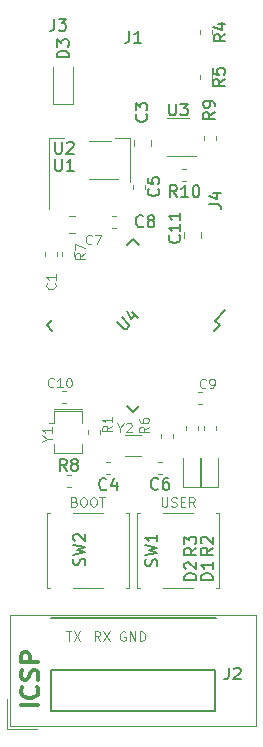
<source format=gto>
G04 #@! TF.GenerationSoftware,KiCad,Pcbnew,5.0.2-bee76a0~70~ubuntu18.04.1*
G04 #@! TF.CreationDate,2019-07-29T11:14:37+02:00*
G04 #@! TF.ProjectId,Pic32MxRedFox,50696333-324d-4785-9265-64466f782e6b,rev?*
G04 #@! TF.SameCoordinates,PX5faea10PY8eeaea0*
G04 #@! TF.FileFunction,Legend,Top*
G04 #@! TF.FilePolarity,Positive*
%FSLAX46Y46*%
G04 Gerber Fmt 4.6, Leading zero omitted, Abs format (unit mm)*
G04 Created by KiCad (PCBNEW 5.0.2-bee76a0~70~ubuntu18.04.1) date pon 29 jul 2019 11:14:37 CEST*
%MOMM*%
%LPD*%
G01*
G04 APERTURE LIST*
%ADD10C,0.120000*%
%ADD11C,0.300000*%
%ADD12C,0.200000*%
%ADD13C,0.150000*%
%ADD14C,0.100000*%
G04 APERTURE END LIST*
D10*
X9486976Y7067500D02*
X9410785Y7105596D01*
X9296500Y7105596D01*
X9182214Y7067500D01*
X9106023Y6991310D01*
X9067928Y6915120D01*
X9029833Y6762739D01*
X9029833Y6648453D01*
X9067928Y6496072D01*
X9106023Y6419881D01*
X9182214Y6343691D01*
X9296500Y6305596D01*
X9372690Y6305596D01*
X9486976Y6343691D01*
X9525071Y6381786D01*
X9525071Y6648453D01*
X9372690Y6648453D01*
X9867928Y6305596D02*
X9867928Y7105596D01*
X10325071Y6305596D01*
X10325071Y7105596D01*
X10706023Y6305596D02*
X10706023Y7105596D01*
X10896500Y7105596D01*
X11010785Y7067500D01*
X11086976Y6991310D01*
X11125071Y6915120D01*
X11163166Y6762739D01*
X11163166Y6648453D01*
X11125071Y6496072D01*
X11086976Y6419881D01*
X11010785Y6343691D01*
X10896500Y6305596D01*
X10706023Y6305596D01*
X7359666Y6305596D02*
X7093000Y6686548D01*
X6902523Y6305596D02*
X6902523Y7105596D01*
X7207285Y7105596D01*
X7283476Y7067500D01*
X7321571Y7029405D01*
X7359666Y6953215D01*
X7359666Y6838929D01*
X7321571Y6762739D01*
X7283476Y6724643D01*
X7207285Y6686548D01*
X6902523Y6686548D01*
X7626333Y7105596D02*
X8159666Y6305596D01*
X8159666Y7105596D02*
X7626333Y6305596D01*
X4470476Y7105596D02*
X4927619Y7105596D01*
X4699047Y6305596D02*
X4699047Y7105596D01*
X5118095Y7105596D02*
X5651428Y6305596D01*
X5651428Y7105596D02*
X5118095Y6305596D01*
D11*
X2139071Y833715D02*
X639071Y833715D01*
X1996214Y2405143D02*
X2067642Y2333715D01*
X2139071Y2119429D01*
X2139071Y1976572D01*
X2067642Y1762286D01*
X1924785Y1619429D01*
X1781928Y1548000D01*
X1496214Y1476572D01*
X1281928Y1476572D01*
X996214Y1548000D01*
X853357Y1619429D01*
X710500Y1762286D01*
X639071Y1976572D01*
X639071Y2119429D01*
X710500Y2333715D01*
X781928Y2405143D01*
X2067642Y2976572D02*
X2139071Y3190858D01*
X2139071Y3548000D01*
X2067642Y3690858D01*
X1996214Y3762286D01*
X1853357Y3833715D01*
X1710500Y3833715D01*
X1567642Y3762286D01*
X1496214Y3690858D01*
X1424785Y3548000D01*
X1353357Y3262286D01*
X1281928Y3119429D01*
X1210500Y3048000D01*
X1067642Y2976572D01*
X924785Y2976572D01*
X781928Y3048000D01*
X710500Y3119429D01*
X639071Y3262286D01*
X639071Y3619429D01*
X710500Y3833715D01*
X2139071Y4476572D02*
X639071Y4476572D01*
X639071Y5048000D01*
X710500Y5190858D01*
X781928Y5262286D01*
X924785Y5333715D01*
X1139071Y5333715D01*
X1281928Y5262286D01*
X1353357Y5190858D01*
X1424785Y5048000D01*
X1424785Y4476572D01*
D12*
X3238500Y381000D02*
X3238500Y3810000D01*
X17081500Y381000D02*
X3238500Y381000D01*
X17081500Y3810000D02*
X17081500Y381000D01*
X3238500Y3810000D02*
X17081500Y3810000D01*
D10*
X5200785Y18091143D02*
X5315071Y18053048D01*
X5353166Y18014953D01*
X5391261Y17938762D01*
X5391261Y17824477D01*
X5353166Y17748286D01*
X5315071Y17710191D01*
X5238880Y17672096D01*
X4934119Y17672096D01*
X4934119Y18472096D01*
X5200785Y18472096D01*
X5276976Y18434000D01*
X5315071Y18395905D01*
X5353166Y18319715D01*
X5353166Y18243524D01*
X5315071Y18167334D01*
X5276976Y18129239D01*
X5200785Y18091143D01*
X4934119Y18091143D01*
X5886500Y18472096D02*
X6038880Y18472096D01*
X6115071Y18434000D01*
X6191261Y18357810D01*
X6229357Y18205429D01*
X6229357Y17938762D01*
X6191261Y17786381D01*
X6115071Y17710191D01*
X6038880Y17672096D01*
X5886500Y17672096D01*
X5810309Y17710191D01*
X5734119Y17786381D01*
X5696023Y17938762D01*
X5696023Y18205429D01*
X5734119Y18357810D01*
X5810309Y18434000D01*
X5886500Y18472096D01*
X6724595Y18472096D02*
X6876976Y18472096D01*
X6953166Y18434000D01*
X7029357Y18357810D01*
X7067452Y18205429D01*
X7067452Y17938762D01*
X7029357Y17786381D01*
X6953166Y17710191D01*
X6876976Y17672096D01*
X6724595Y17672096D01*
X6648404Y17710191D01*
X6572214Y17786381D01*
X6534119Y17938762D01*
X6534119Y18205429D01*
X6572214Y18357810D01*
X6648404Y18434000D01*
X6724595Y18472096D01*
X7296023Y18472096D02*
X7753166Y18472096D01*
X7524595Y17672096D02*
X7524595Y18472096D01*
X12598571Y18472096D02*
X12598571Y17824477D01*
X12636666Y17748286D01*
X12674761Y17710191D01*
X12750952Y17672096D01*
X12903333Y17672096D01*
X12979523Y17710191D01*
X13017619Y17748286D01*
X13055714Y17824477D01*
X13055714Y18472096D01*
X13398571Y17710191D02*
X13512857Y17672096D01*
X13703333Y17672096D01*
X13779523Y17710191D01*
X13817619Y17748286D01*
X13855714Y17824477D01*
X13855714Y17900667D01*
X13817619Y17976858D01*
X13779523Y18014953D01*
X13703333Y18053048D01*
X13550952Y18091143D01*
X13474761Y18129239D01*
X13436666Y18167334D01*
X13398571Y18243524D01*
X13398571Y18319715D01*
X13436666Y18395905D01*
X13474761Y18434000D01*
X13550952Y18472096D01*
X13741428Y18472096D01*
X13855714Y18434000D01*
X14198571Y18091143D02*
X14465238Y18091143D01*
X14579523Y17672096D02*
X14198571Y17672096D01*
X14198571Y18472096D01*
X14579523Y18472096D01*
X15379523Y17672096D02*
X15112857Y18053048D01*
X14922380Y17672096D02*
X14922380Y18472096D01*
X15227142Y18472096D01*
X15303333Y18434000D01*
X15341428Y18395905D01*
X15379523Y18319715D01*
X15379523Y18205429D01*
X15341428Y18129239D01*
X15303333Y18091143D01*
X15227142Y18053048D01*
X14922380Y18053048D01*
D12*
X3175000Y8255000D02*
X17145000Y8255000D01*
D10*
G04 #@! TO.C,R10*
X14674667Y46268100D02*
X14332133Y46268100D01*
X14674667Y45248100D02*
X14332133Y45248100D01*
G04 #@! TO.C,R9*
X17147000Y49066267D02*
X17147000Y48723733D01*
X16127000Y49066267D02*
X16127000Y48723733D01*
G04 #@! TO.C,R8*
X4527733Y20385500D02*
X4870267Y20385500D01*
X4527733Y19365500D02*
X4870267Y19365500D01*
G04 #@! TO.C,C1*
X3748500Y38895233D02*
X3748500Y39237769D01*
X2728500Y38895233D02*
X2728500Y39237769D01*
G04 #@! TO.C,R7*
X4125500Y38895233D02*
X4125500Y39237767D01*
X5145500Y38895233D02*
X5145500Y39237767D01*
G04 #@! TO.C,C9*
X15982767Y26350500D02*
X15640233Y26350500D01*
X15982767Y27370500D02*
X15640233Y27370500D01*
G04 #@! TO.C,U3*
X14870000Y50568500D02*
X13070000Y50568500D01*
X13070000Y47348500D02*
X15520000Y47348500D01*
G04 #@! TO.C,U1*
X9887000Y48900000D02*
X8627000Y48900000D01*
X3067000Y48900000D02*
X4327000Y48900000D01*
X9887000Y45140000D02*
X9887000Y48900000D01*
X3067000Y42890000D02*
X3067000Y48900000D01*
G04 #@! TO.C,Y2*
X10835000Y23735000D02*
X9485000Y23735000D01*
X10835000Y21985000D02*
X9485000Y21985000D01*
G04 #@! TO.C,Y1*
X3422800Y22177600D02*
X3422800Y22977600D01*
X5822800Y22177600D02*
X3822800Y22177600D01*
X5822800Y22977600D02*
X5822800Y22177600D01*
X5822800Y25777600D02*
X5822800Y24777600D01*
X3822800Y25777600D02*
X5822800Y25777600D01*
X3422800Y24777600D02*
X3422800Y25777600D01*
X3422800Y24777600D02*
X3022800Y24777600D01*
X5822800Y25977600D02*
X3822800Y25977600D01*
X3822800Y22177600D02*
X3422800Y22177600D01*
X3822800Y25777600D02*
X3422800Y25777600D01*
X3822800Y25977600D02*
X3422800Y25977600D01*
G04 #@! TO.C,R6*
X12507500Y23856767D02*
X12507500Y23514233D01*
X13527500Y23856767D02*
X13527500Y23514233D01*
G04 #@! TO.C,R1*
X7317200Y24199667D02*
X7317200Y23857133D01*
X6297200Y24199667D02*
X6297200Y23857133D01*
G04 #@! TO.C,SW2*
X5050000Y17120000D02*
X7650000Y17120000D01*
X9800000Y10820000D02*
X9550000Y10820000D01*
X9800000Y17120000D02*
X9800000Y10820000D01*
X9550000Y17120000D02*
X9800000Y17120000D01*
X7650000Y10820000D02*
X5050000Y10820000D01*
X2900000Y17120000D02*
X3150000Y17120000D01*
X2900000Y10820000D02*
X2900000Y17120000D01*
X3150000Y10820000D02*
X2900000Y10820000D01*
G04 #@! TO.C,SW1*
X10770000Y10820000D02*
X10520000Y10820000D01*
X10520000Y10820000D02*
X10520000Y17120000D01*
X10520000Y17120000D02*
X10770000Y17120000D01*
X15270000Y10820000D02*
X12670000Y10820000D01*
X17170000Y17120000D02*
X17420000Y17120000D01*
X17420000Y17120000D02*
X17420000Y10820000D01*
X17420000Y10820000D02*
X17170000Y10820000D01*
X12670000Y17120000D02*
X15270000Y17120000D01*
G04 #@! TO.C,C4*
X8235767Y21465000D02*
X7893233Y21465000D01*
X8235767Y20445000D02*
X7893233Y20445000D01*
G04 #@! TO.C,C5*
X11127200Y44583533D02*
X11127200Y44926067D01*
X10107200Y44583533D02*
X10107200Y44926067D01*
G04 #@! TO.C,C6*
X12274733Y21465000D02*
X12617267Y21465000D01*
X12274733Y20445000D02*
X12617267Y20445000D01*
G04 #@! TO.C,C8*
X8401233Y41273000D02*
X8743767Y41273000D01*
X8401233Y42293000D02*
X8743767Y42293000D01*
G04 #@! TO.C,C10*
X4146733Y26414000D02*
X4489267Y26414000D01*
X4146733Y27434000D02*
X4489267Y27434000D01*
G04 #@! TO.C,C3*
X10212000Y48711752D02*
X10212000Y48189248D01*
X11632000Y48711752D02*
X11632000Y48189248D01*
G04 #@! TO.C,C7*
X5277752Y40819000D02*
X4755248Y40819000D01*
X5277752Y42239000D02*
X4755248Y42239000D01*
G04 #@! TO.C,C11*
X14466500Y40378748D02*
X14466500Y40901252D01*
X15886500Y40378748D02*
X15886500Y40901252D01*
G04 #@! TO.C,J2*
X-270000Y8485000D02*
X20590000Y8485000D01*
X20590000Y8485000D02*
X20590000Y-865000D01*
X20590000Y-865000D02*
X-270000Y-865000D01*
X-270000Y-865000D02*
X-270000Y8485000D01*
X-520000Y-1115000D02*
X2020000Y-1115000D01*
X-520000Y-1115000D02*
X-520000Y1425000D01*
G04 #@! TO.C,D3*
X3341000Y51757500D02*
X3341000Y54907500D01*
X5041000Y51757500D02*
X5041000Y54907500D01*
X3341000Y51757500D02*
X5041000Y51757500D01*
G04 #@! TO.C,D2*
X14378000Y21755000D02*
X14378000Y19295000D01*
X14378000Y19295000D02*
X15848000Y19295000D01*
X15848000Y19295000D02*
X15848000Y21755000D01*
G04 #@! TO.C,D1*
X17372000Y19295000D02*
X17372000Y21755000D01*
X15902000Y19295000D02*
X17372000Y19295000D01*
X15902000Y21755000D02*
X15902000Y19295000D01*
D13*
G04 #@! TO.C,U4*
X17478555Y33020000D02*
X17071969Y33426586D01*
X10160000Y25701445D02*
X9682703Y26178742D01*
X2841445Y33020000D02*
X3318742Y32542703D01*
X10160000Y40338555D02*
X10637297Y39861258D01*
X17478555Y33020000D02*
X17001258Y32542703D01*
X10160000Y40338555D02*
X9682703Y39861258D01*
X2841445Y33020000D02*
X3318742Y33497297D01*
X10160000Y25701445D02*
X10637297Y26178742D01*
X17071969Y33426586D02*
X17973530Y34328148D01*
D10*
G04 #@! TO.C,U2*
X6466000Y45380000D02*
X8916000Y45380001D01*
X8266000Y48600000D02*
X6466000Y48600000D01*
G04 #@! TO.C,R4*
X16829500Y58019767D02*
X16829500Y57677233D01*
X15809500Y58019767D02*
X15809500Y57677233D01*
G04 #@! TO.C,R3*
X15623000Y24149233D02*
X15623000Y24491767D01*
X14603000Y24149233D02*
X14603000Y24491767D01*
G04 #@! TO.C,R2*
X16127000Y24149233D02*
X16127000Y24491767D01*
X17147000Y24149233D02*
X17147000Y24491767D01*
G04 #@! TO.C,R5*
X15809500Y53867233D02*
X15809500Y54209767D01*
X16829500Y53867233D02*
X16829500Y54209767D01*
G04 #@! TO.C,R10*
D13*
X13860542Y43875720D02*
X13527209Y44351910D01*
X13289114Y43875720D02*
X13289114Y44875720D01*
X13670066Y44875720D01*
X13765304Y44828100D01*
X13812923Y44780481D01*
X13860542Y44685243D01*
X13860542Y44542386D01*
X13812923Y44447148D01*
X13765304Y44399529D01*
X13670066Y44351910D01*
X13289114Y44351910D01*
X14812923Y43875720D02*
X14241495Y43875720D01*
X14527209Y43875720D02*
X14527209Y44875720D01*
X14431971Y44732862D01*
X14336733Y44637624D01*
X14241495Y44590005D01*
X15431971Y44875720D02*
X15527209Y44875720D01*
X15622447Y44828100D01*
X15670066Y44780481D01*
X15717685Y44685243D01*
X15765304Y44494767D01*
X15765304Y44256672D01*
X15717685Y44066196D01*
X15670066Y43970958D01*
X15622447Y43923339D01*
X15527209Y43875720D01*
X15431971Y43875720D01*
X15336733Y43923339D01*
X15289114Y43970958D01*
X15241495Y44066196D01*
X15193876Y44256672D01*
X15193876Y44494767D01*
X15241495Y44685243D01*
X15289114Y44780481D01*
X15336733Y44828100D01*
X15431971Y44875720D01*
G04 #@! TO.C,R9*
X17089380Y51077834D02*
X16613190Y50744500D01*
X17089380Y50506405D02*
X16089380Y50506405D01*
X16089380Y50887358D01*
X16137000Y50982596D01*
X16184619Y51030215D01*
X16279857Y51077834D01*
X16422714Y51077834D01*
X16517952Y51030215D01*
X16565571Y50982596D01*
X16613190Y50887358D01*
X16613190Y50506405D01*
X17089380Y51554024D02*
X17089380Y51744500D01*
X17041761Y51839739D01*
X16994142Y51887358D01*
X16851285Y51982596D01*
X16660809Y52030215D01*
X16279857Y52030215D01*
X16184619Y51982596D01*
X16137000Y51934977D01*
X16089380Y51839739D01*
X16089380Y51649262D01*
X16137000Y51554024D01*
X16184619Y51506405D01*
X16279857Y51458786D01*
X16517952Y51458786D01*
X16613190Y51506405D01*
X16660809Y51554024D01*
X16708428Y51649262D01*
X16708428Y51839739D01*
X16660809Y51934977D01*
X16613190Y51982596D01*
X16517952Y52030215D01*
G04 #@! TO.C,R8*
X4532333Y20693120D02*
X4199000Y21169310D01*
X3960904Y20693120D02*
X3960904Y21693120D01*
X4341857Y21693120D01*
X4437095Y21645500D01*
X4484714Y21597881D01*
X4532333Y21502643D01*
X4532333Y21359786D01*
X4484714Y21264548D01*
X4437095Y21216929D01*
X4341857Y21169310D01*
X3960904Y21169310D01*
X5103761Y21264548D02*
X5008523Y21312167D01*
X4960904Y21359786D01*
X4913285Y21455024D01*
X4913285Y21502643D01*
X4960904Y21597881D01*
X5008523Y21645500D01*
X5103761Y21693120D01*
X5294238Y21693120D01*
X5389476Y21645500D01*
X5437095Y21597881D01*
X5484714Y21502643D01*
X5484714Y21455024D01*
X5437095Y21359786D01*
X5389476Y21312167D01*
X5294238Y21264548D01*
X5103761Y21264548D01*
X5008523Y21216929D01*
X4960904Y21169310D01*
X4913285Y21074072D01*
X4913285Y20883596D01*
X4960904Y20788358D01*
X5008523Y20740739D01*
X5103761Y20693120D01*
X5294238Y20693120D01*
X5389476Y20740739D01*
X5437095Y20788358D01*
X5484714Y20883596D01*
X5484714Y21074072D01*
X5437095Y21169310D01*
X5389476Y21216929D01*
X5294238Y21264548D01*
G04 #@! TO.C,C1*
D14*
X3524214Y36569667D02*
X3562309Y36531572D01*
X3600404Y36417286D01*
X3600404Y36341096D01*
X3562309Y36226810D01*
X3486119Y36150620D01*
X3409928Y36112524D01*
X3257547Y36074429D01*
X3143261Y36074429D01*
X2990880Y36112524D01*
X2914690Y36150620D01*
X2838500Y36226810D01*
X2800404Y36341096D01*
X2800404Y36417286D01*
X2838500Y36531572D01*
X2876595Y36569667D01*
X3600404Y37331572D02*
X3600404Y36874429D01*
X3600404Y37103000D02*
X2800404Y37103000D01*
X2914690Y37026810D01*
X2990880Y36950620D01*
X3028976Y36874429D01*
G04 #@! TO.C,R7*
X6076904Y39109667D02*
X5695952Y38843000D01*
X6076904Y38652524D02*
X5276904Y38652524D01*
X5276904Y38957286D01*
X5315000Y39033477D01*
X5353095Y39071572D01*
X5429285Y39109667D01*
X5543571Y39109667D01*
X5619761Y39071572D01*
X5657857Y39033477D01*
X5695952Y38957286D01*
X5695952Y38652524D01*
X5276904Y39376334D02*
X5276904Y39909667D01*
X6076904Y39566810D01*
G04 #@! TO.C,C9*
X16313166Y27781286D02*
X16275071Y27743191D01*
X16160785Y27705096D01*
X16084595Y27705096D01*
X15970309Y27743191D01*
X15894119Y27819381D01*
X15856023Y27895572D01*
X15817928Y28047953D01*
X15817928Y28162239D01*
X15856023Y28314620D01*
X15894119Y28390810D01*
X15970309Y28467000D01*
X16084595Y28505096D01*
X16160785Y28505096D01*
X16275071Y28467000D01*
X16313166Y28428905D01*
X16694119Y27705096D02*
X16846500Y27705096D01*
X16922690Y27743191D01*
X16960785Y27781286D01*
X17036976Y27895572D01*
X17075071Y28047953D01*
X17075071Y28352715D01*
X17036976Y28428905D01*
X16998880Y28467000D01*
X16922690Y28505096D01*
X16770309Y28505096D01*
X16694119Y28467000D01*
X16656023Y28428905D01*
X16617928Y28352715D01*
X16617928Y28162239D01*
X16656023Y28086048D01*
X16694119Y28047953D01*
X16770309Y28009858D01*
X16922690Y28009858D01*
X16998880Y28047953D01*
X17036976Y28086048D01*
X17075071Y28162239D01*
G04 #@! TO.C,U3*
D13*
X13208095Y51792120D02*
X13208095Y50982596D01*
X13255714Y50887358D01*
X13303333Y50839739D01*
X13398571Y50792120D01*
X13589047Y50792120D01*
X13684285Y50839739D01*
X13731904Y50887358D01*
X13779523Y50982596D01*
X13779523Y51792120D01*
X14160476Y51792120D02*
X14779523Y51792120D01*
X14446190Y51411167D01*
X14589047Y51411167D01*
X14684285Y51363548D01*
X14731904Y51315929D01*
X14779523Y51220691D01*
X14779523Y50982596D01*
X14731904Y50887358D01*
X14684285Y50839739D01*
X14589047Y50792120D01*
X14303333Y50792120D01*
X14208095Y50839739D01*
X14160476Y50887358D01*
G04 #@! TO.C,U1*
X3556095Y47093120D02*
X3556095Y46283596D01*
X3603714Y46188358D01*
X3651333Y46140739D01*
X3746571Y46093120D01*
X3937047Y46093120D01*
X4032285Y46140739D01*
X4079904Y46188358D01*
X4127523Y46283596D01*
X4127523Y47093120D01*
X5127523Y46093120D02*
X4556095Y46093120D01*
X4841809Y46093120D02*
X4841809Y47093120D01*
X4746571Y46950262D01*
X4651333Y46855024D01*
X4556095Y46807405D01*
G04 #@! TO.C,Y2*
D14*
X9080547Y24339548D02*
X9080547Y23958596D01*
X8813880Y24758596D02*
X9080547Y24339548D01*
X9347214Y24758596D01*
X9575785Y24682405D02*
X9613880Y24720500D01*
X9690071Y24758596D01*
X9880547Y24758596D01*
X9956738Y24720500D01*
X9994833Y24682405D01*
X10032928Y24606215D01*
X10032928Y24530024D01*
X9994833Y24415739D01*
X9537690Y23958596D01*
X10032928Y23958596D01*
G04 #@! TO.C,Y1*
X2901952Y23431548D02*
X3282904Y23431548D01*
X2482904Y23164881D02*
X2901952Y23431548D01*
X2482904Y23698215D01*
X3282904Y24383929D02*
X3282904Y23926786D01*
X3282904Y24155358D02*
X2482904Y24155358D01*
X2597190Y24079167D01*
X2673380Y24002977D01*
X2711476Y23926786D01*
G04 #@! TO.C,R6*
X11474404Y24441167D02*
X11093452Y24174500D01*
X11474404Y23984024D02*
X10674404Y23984024D01*
X10674404Y24288786D01*
X10712500Y24364977D01*
X10750595Y24403072D01*
X10826785Y24441167D01*
X10941071Y24441167D01*
X11017261Y24403072D01*
X11055357Y24364977D01*
X11093452Y24288786D01*
X11093452Y23984024D01*
X10674404Y25126881D02*
X10674404Y24974500D01*
X10712500Y24898310D01*
X10750595Y24860215D01*
X10864880Y24784024D01*
X11017261Y24745929D01*
X11322023Y24745929D01*
X11398214Y24784024D01*
X11436309Y24822120D01*
X11474404Y24898310D01*
X11474404Y25050691D01*
X11436309Y25126881D01*
X11398214Y25164977D01*
X11322023Y25203072D01*
X11131547Y25203072D01*
X11055357Y25164977D01*
X11017261Y25126881D01*
X10979166Y25050691D01*
X10979166Y24898310D01*
X11017261Y24822120D01*
X11055357Y24784024D01*
X11131547Y24745929D01*
G04 #@! TO.C,R1*
X8362904Y24504667D02*
X7981952Y24238000D01*
X8362904Y24047524D02*
X7562904Y24047524D01*
X7562904Y24352286D01*
X7601000Y24428477D01*
X7639095Y24466572D01*
X7715285Y24504667D01*
X7829571Y24504667D01*
X7905761Y24466572D01*
X7943857Y24428477D01*
X7981952Y24352286D01*
X7981952Y24047524D01*
X8362904Y25266572D02*
X8362904Y24809429D01*
X8362904Y25038000D02*
X7562904Y25038000D01*
X7677190Y24961810D01*
X7753380Y24885620D01*
X7791476Y24809429D01*
G04 #@! TO.C,SW2*
D13*
X6056261Y12700167D02*
X6103880Y12843024D01*
X6103880Y13081120D01*
X6056261Y13176358D01*
X6008642Y13223977D01*
X5913404Y13271596D01*
X5818166Y13271596D01*
X5722928Y13223977D01*
X5675309Y13176358D01*
X5627690Y13081120D01*
X5580071Y12890643D01*
X5532452Y12795405D01*
X5484833Y12747786D01*
X5389595Y12700167D01*
X5294357Y12700167D01*
X5199119Y12747786D01*
X5151500Y12795405D01*
X5103880Y12890643D01*
X5103880Y13128739D01*
X5151500Y13271596D01*
X5103880Y13604929D02*
X6103880Y13843024D01*
X5389595Y14033500D01*
X6103880Y14223977D01*
X5103880Y14462072D01*
X5199119Y14795405D02*
X5151500Y14843024D01*
X5103880Y14938262D01*
X5103880Y15176358D01*
X5151500Y15271596D01*
X5199119Y15319215D01*
X5294357Y15366834D01*
X5389595Y15366834D01*
X5532452Y15319215D01*
X6103880Y14747786D01*
X6103880Y15366834D01*
G04 #@! TO.C,SW1*
X12152261Y12636667D02*
X12199880Y12779524D01*
X12199880Y13017620D01*
X12152261Y13112858D01*
X12104642Y13160477D01*
X12009404Y13208096D01*
X11914166Y13208096D01*
X11818928Y13160477D01*
X11771309Y13112858D01*
X11723690Y13017620D01*
X11676071Y12827143D01*
X11628452Y12731905D01*
X11580833Y12684286D01*
X11485595Y12636667D01*
X11390357Y12636667D01*
X11295119Y12684286D01*
X11247500Y12731905D01*
X11199880Y12827143D01*
X11199880Y13065239D01*
X11247500Y13208096D01*
X11199880Y13541429D02*
X12199880Y13779524D01*
X11485595Y13970000D01*
X12199880Y14160477D01*
X11199880Y14398572D01*
X12199880Y15303334D02*
X12199880Y14731905D01*
X12199880Y15017620D02*
X11199880Y15017620D01*
X11342738Y14922381D01*
X11437976Y14827143D01*
X11485595Y14731905D01*
G04 #@! TO.C,J4*
X16597380Y43291167D02*
X17311666Y43291167D01*
X17454523Y43243548D01*
X17549761Y43148310D01*
X17597380Y43005453D01*
X17597380Y42910215D01*
X16930714Y44195929D02*
X17597380Y44195929D01*
X16549761Y43957834D02*
X17264047Y43719739D01*
X17264047Y44338786D01*
G04 #@! TO.C,J3*
X3476666Y58967620D02*
X3476666Y58253334D01*
X3429047Y58110477D01*
X3333809Y58015239D01*
X3190952Y57967620D01*
X3095714Y57967620D01*
X3857619Y58967620D02*
X4476666Y58967620D01*
X4143333Y58586667D01*
X4286190Y58586667D01*
X4381428Y58539048D01*
X4429047Y58491429D01*
X4476666Y58396191D01*
X4476666Y58158096D01*
X4429047Y58062858D01*
X4381428Y58015239D01*
X4286190Y57967620D01*
X4000476Y57967620D01*
X3905238Y58015239D01*
X3857619Y58062858D01*
G04 #@! TO.C,C4*
X7897833Y19167858D02*
X7850214Y19120239D01*
X7707357Y19072620D01*
X7612119Y19072620D01*
X7469261Y19120239D01*
X7374023Y19215477D01*
X7326404Y19310715D01*
X7278785Y19501191D01*
X7278785Y19644048D01*
X7326404Y19834524D01*
X7374023Y19929762D01*
X7469261Y20025000D01*
X7612119Y20072620D01*
X7707357Y20072620D01*
X7850214Y20025000D01*
X7897833Y19977381D01*
X8754976Y19739286D02*
X8754976Y19072620D01*
X8516880Y20120239D02*
X8278785Y19405953D01*
X8897833Y19405953D01*
G04 #@! TO.C,C5*
X12295142Y44600834D02*
X12342761Y44553215D01*
X12390380Y44410358D01*
X12390380Y44315120D01*
X12342761Y44172262D01*
X12247523Y44077024D01*
X12152285Y44029405D01*
X11961809Y43981786D01*
X11818952Y43981786D01*
X11628476Y44029405D01*
X11533238Y44077024D01*
X11438000Y44172262D01*
X11390380Y44315120D01*
X11390380Y44410358D01*
X11438000Y44553215D01*
X11485619Y44600834D01*
X11390380Y45505596D02*
X11390380Y45029405D01*
X11866571Y44981786D01*
X11818952Y45029405D01*
X11771333Y45124643D01*
X11771333Y45362739D01*
X11818952Y45457977D01*
X11866571Y45505596D01*
X11961809Y45553215D01*
X12199904Y45553215D01*
X12295142Y45505596D01*
X12342761Y45457977D01*
X12390380Y45362739D01*
X12390380Y45124643D01*
X12342761Y45029405D01*
X12295142Y44981786D01*
G04 #@! TO.C,C6*
X12279333Y19200858D02*
X12231714Y19153239D01*
X12088857Y19105620D01*
X11993619Y19105620D01*
X11850761Y19153239D01*
X11755523Y19248477D01*
X11707904Y19343715D01*
X11660285Y19534191D01*
X11660285Y19677048D01*
X11707904Y19867524D01*
X11755523Y19962762D01*
X11850761Y20058000D01*
X11993619Y20105620D01*
X12088857Y20105620D01*
X12231714Y20058000D01*
X12279333Y20010381D01*
X13136476Y20105620D02*
X12946000Y20105620D01*
X12850761Y20058000D01*
X12803142Y20010381D01*
X12707904Y19867524D01*
X12660285Y19677048D01*
X12660285Y19296096D01*
X12707904Y19200858D01*
X12755523Y19153239D01*
X12850761Y19105620D01*
X13041238Y19105620D01*
X13136476Y19153239D01*
X13184095Y19200858D01*
X13231714Y19296096D01*
X13231714Y19534191D01*
X13184095Y19629429D01*
X13136476Y19677048D01*
X13041238Y19724667D01*
X12850761Y19724667D01*
X12755523Y19677048D01*
X12707904Y19629429D01*
X12660285Y19534191D01*
G04 #@! TO.C,C8*
X11009333Y41425858D02*
X10961714Y41378239D01*
X10818857Y41330620D01*
X10723619Y41330620D01*
X10580761Y41378239D01*
X10485523Y41473477D01*
X10437904Y41568715D01*
X10390285Y41759191D01*
X10390285Y41902048D01*
X10437904Y42092524D01*
X10485523Y42187762D01*
X10580761Y42283000D01*
X10723619Y42330620D01*
X10818857Y42330620D01*
X10961714Y42283000D01*
X11009333Y42235381D01*
X11580761Y41902048D02*
X11485523Y41949667D01*
X11437904Y41997286D01*
X11390285Y42092524D01*
X11390285Y42140143D01*
X11437904Y42235381D01*
X11485523Y42283000D01*
X11580761Y42330620D01*
X11771238Y42330620D01*
X11866476Y42283000D01*
X11914095Y42235381D01*
X11961714Y42140143D01*
X11961714Y42092524D01*
X11914095Y41997286D01*
X11866476Y41949667D01*
X11771238Y41902048D01*
X11580761Y41902048D01*
X11485523Y41854429D01*
X11437904Y41806810D01*
X11390285Y41711572D01*
X11390285Y41521096D01*
X11437904Y41425858D01*
X11485523Y41378239D01*
X11580761Y41330620D01*
X11771238Y41330620D01*
X11866476Y41378239D01*
X11914095Y41425858D01*
X11961714Y41521096D01*
X11961714Y41711572D01*
X11914095Y41806810D01*
X11866476Y41854429D01*
X11771238Y41902048D01*
G04 #@! TO.C,C10*
D14*
X3422714Y27844786D02*
X3384619Y27806691D01*
X3270333Y27768596D01*
X3194142Y27768596D01*
X3079857Y27806691D01*
X3003666Y27882881D01*
X2965571Y27959072D01*
X2927476Y28111453D01*
X2927476Y28225739D01*
X2965571Y28378120D01*
X3003666Y28454310D01*
X3079857Y28530500D01*
X3194142Y28568596D01*
X3270333Y28568596D01*
X3384619Y28530500D01*
X3422714Y28492405D01*
X4184619Y27768596D02*
X3727476Y27768596D01*
X3956047Y27768596D02*
X3956047Y28568596D01*
X3879857Y28454310D01*
X3803666Y28378120D01*
X3727476Y28340024D01*
X4679857Y28568596D02*
X4756047Y28568596D01*
X4832238Y28530500D01*
X4870333Y28492405D01*
X4908428Y28416215D01*
X4946523Y28263834D01*
X4946523Y28073358D01*
X4908428Y27920977D01*
X4870333Y27844786D01*
X4832238Y27806691D01*
X4756047Y27768596D01*
X4679857Y27768596D01*
X4603666Y27806691D01*
X4565571Y27844786D01*
X4527476Y27920977D01*
X4489380Y28073358D01*
X4489380Y28263834D01*
X4527476Y28416215D01*
X4565571Y28492405D01*
X4603666Y28530500D01*
X4679857Y28568596D01*
G04 #@! TO.C,C3*
D13*
X11279142Y50887334D02*
X11326761Y50839715D01*
X11374380Y50696858D01*
X11374380Y50601620D01*
X11326761Y50458762D01*
X11231523Y50363524D01*
X11136285Y50315905D01*
X10945809Y50268286D01*
X10802952Y50268286D01*
X10612476Y50315905D01*
X10517238Y50363524D01*
X10422000Y50458762D01*
X10374380Y50601620D01*
X10374380Y50696858D01*
X10422000Y50839715D01*
X10469619Y50887334D01*
X10374380Y51220667D02*
X10374380Y51839715D01*
X10755333Y51506381D01*
X10755333Y51649239D01*
X10802952Y51744477D01*
X10850571Y51792096D01*
X10945809Y51839715D01*
X11183904Y51839715D01*
X11279142Y51792096D01*
X11326761Y51744477D01*
X11374380Y51649239D01*
X11374380Y51363524D01*
X11326761Y51268286D01*
X11279142Y51220667D01*
G04 #@! TO.C,C7*
D14*
X6661166Y39973286D02*
X6623071Y39935191D01*
X6508785Y39897096D01*
X6432595Y39897096D01*
X6318309Y39935191D01*
X6242119Y40011381D01*
X6204023Y40087572D01*
X6165928Y40239953D01*
X6165928Y40354239D01*
X6204023Y40506620D01*
X6242119Y40582810D01*
X6318309Y40659000D01*
X6432595Y40697096D01*
X6508785Y40697096D01*
X6623071Y40659000D01*
X6661166Y40620905D01*
X6927833Y40697096D02*
X7461166Y40697096D01*
X7118309Y39897096D01*
G04 #@! TO.C,C11*
D13*
X14073142Y40632143D02*
X14120761Y40584524D01*
X14168380Y40441667D01*
X14168380Y40346429D01*
X14120761Y40203572D01*
X14025523Y40108334D01*
X13930285Y40060715D01*
X13739809Y40013096D01*
X13596952Y40013096D01*
X13406476Y40060715D01*
X13311238Y40108334D01*
X13216000Y40203572D01*
X13168380Y40346429D01*
X13168380Y40441667D01*
X13216000Y40584524D01*
X13263619Y40632143D01*
X14168380Y41584524D02*
X14168380Y41013096D01*
X14168380Y41298810D02*
X13168380Y41298810D01*
X13311238Y41203572D01*
X13406476Y41108334D01*
X13454095Y41013096D01*
X14168380Y42536905D02*
X14168380Y41965477D01*
X14168380Y42251191D02*
X13168380Y42251191D01*
X13311238Y42155953D01*
X13406476Y42060715D01*
X13454095Y41965477D01*
G04 #@! TO.C,J2*
X18272166Y4040120D02*
X18272166Y3325834D01*
X18224547Y3182977D01*
X18129309Y3087739D01*
X17986452Y3040120D01*
X17891214Y3040120D01*
X18700738Y3944881D02*
X18748357Y3992500D01*
X18843595Y4040120D01*
X19081690Y4040120D01*
X19176928Y3992500D01*
X19224547Y3944881D01*
X19272166Y3849643D01*
X19272166Y3754405D01*
X19224547Y3611548D01*
X18653119Y3040120D01*
X19272166Y3040120D01*
G04 #@! TO.C,D3*
X4706880Y55713405D02*
X3706880Y55713405D01*
X3706880Y55951500D01*
X3754500Y56094358D01*
X3849738Y56189596D01*
X3944976Y56237215D01*
X4135452Y56284834D01*
X4278309Y56284834D01*
X4468785Y56237215D01*
X4564023Y56189596D01*
X4659261Y56094358D01*
X4706880Y55951500D01*
X4706880Y55713405D01*
X3706880Y56618167D02*
X3706880Y57237215D01*
X4087833Y56903881D01*
X4087833Y57046739D01*
X4135452Y57141977D01*
X4183071Y57189596D01*
X4278309Y57237215D01*
X4516404Y57237215D01*
X4611642Y57189596D01*
X4659261Y57141977D01*
X4706880Y57046739D01*
X4706880Y56761024D01*
X4659261Y56665786D01*
X4611642Y56618167D01*
G04 #@! TO.C,J1*
X9826666Y57951620D02*
X9826666Y57237334D01*
X9779047Y57094477D01*
X9683809Y56999239D01*
X9540952Y56951620D01*
X9445714Y56951620D01*
X10826666Y56951620D02*
X10255238Y56951620D01*
X10540952Y56951620D02*
X10540952Y57951620D01*
X10445714Y57808762D01*
X10350476Y57713524D01*
X10255238Y57665905D01*
G04 #@! TO.C,D2*
X15501880Y11453905D02*
X14501880Y11453905D01*
X14501880Y11692000D01*
X14549500Y11834858D01*
X14644738Y11930096D01*
X14739976Y11977715D01*
X14930452Y12025334D01*
X15073309Y12025334D01*
X15263785Y11977715D01*
X15359023Y11930096D01*
X15454261Y11834858D01*
X15501880Y11692000D01*
X15501880Y11453905D01*
X14597119Y12406286D02*
X14549500Y12453905D01*
X14501880Y12549143D01*
X14501880Y12787239D01*
X14549500Y12882477D01*
X14597119Y12930096D01*
X14692357Y12977715D01*
X14787595Y12977715D01*
X14930452Y12930096D01*
X15501880Y12358667D01*
X15501880Y12977715D01*
G04 #@! TO.C,D1*
X16898880Y11453905D02*
X15898880Y11453905D01*
X15898880Y11692000D01*
X15946500Y11834858D01*
X16041738Y11930096D01*
X16136976Y11977715D01*
X16327452Y12025334D01*
X16470309Y12025334D01*
X16660785Y11977715D01*
X16756023Y11930096D01*
X16851261Y11834858D01*
X16898880Y11692000D01*
X16898880Y11453905D01*
X16898880Y12977715D02*
X16898880Y12406286D01*
X16898880Y12692000D02*
X15898880Y12692000D01*
X16041738Y12596762D01*
X16136976Y12501524D01*
X16184595Y12406286D01*
G04 #@! TO.C,U4*
X8789526Y33312978D02*
X9361946Y32740558D01*
X9462961Y32706886D01*
X9530305Y32706886D01*
X9631320Y32740558D01*
X9766007Y32875245D01*
X9799679Y32976260D01*
X9799679Y33043604D01*
X9766007Y33144619D01*
X9193587Y33717039D01*
X10069053Y34121100D02*
X10540457Y33649695D01*
X9631320Y34222115D02*
X9968038Y33548680D01*
X10405770Y33986413D01*
G04 #@! TO.C,U2*
X3556095Y48553620D02*
X3556095Y47744096D01*
X3603714Y47648858D01*
X3651333Y47601239D01*
X3746571Y47553620D01*
X3937047Y47553620D01*
X4032285Y47601239D01*
X4079904Y47648858D01*
X4127523Y47744096D01*
X4127523Y48553620D01*
X4556095Y48458381D02*
X4603714Y48506000D01*
X4698952Y48553620D01*
X4937047Y48553620D01*
X5032285Y48506000D01*
X5079904Y48458381D01*
X5127523Y48363143D01*
X5127523Y48267905D01*
X5079904Y48125048D01*
X4508476Y47553620D01*
X5127523Y47553620D01*
G04 #@! TO.C,R4*
X17978380Y57681834D02*
X17502190Y57348500D01*
X17978380Y57110405D02*
X16978380Y57110405D01*
X16978380Y57491358D01*
X17026000Y57586596D01*
X17073619Y57634215D01*
X17168857Y57681834D01*
X17311714Y57681834D01*
X17406952Y57634215D01*
X17454571Y57586596D01*
X17502190Y57491358D01*
X17502190Y57110405D01*
X17311714Y58538977D02*
X17978380Y58538977D01*
X16930761Y58300881D02*
X17645047Y58062786D01*
X17645047Y58681834D01*
G04 #@! TO.C,R3*
X15501880Y14184334D02*
X15025690Y13851000D01*
X15501880Y13612905D02*
X14501880Y13612905D01*
X14501880Y13993858D01*
X14549500Y14089096D01*
X14597119Y14136715D01*
X14692357Y14184334D01*
X14835214Y14184334D01*
X14930452Y14136715D01*
X14978071Y14089096D01*
X15025690Y13993858D01*
X15025690Y13612905D01*
X14501880Y14517667D02*
X14501880Y15136715D01*
X14882833Y14803381D01*
X14882833Y14946239D01*
X14930452Y15041477D01*
X14978071Y15089096D01*
X15073309Y15136715D01*
X15311404Y15136715D01*
X15406642Y15089096D01*
X15454261Y15041477D01*
X15501880Y14946239D01*
X15501880Y14660524D01*
X15454261Y14565286D01*
X15406642Y14517667D01*
G04 #@! TO.C,R2*
X16898880Y14184334D02*
X16422690Y13851000D01*
X16898880Y13612905D02*
X15898880Y13612905D01*
X15898880Y13993858D01*
X15946500Y14089096D01*
X15994119Y14136715D01*
X16089357Y14184334D01*
X16232214Y14184334D01*
X16327452Y14136715D01*
X16375071Y14089096D01*
X16422690Y13993858D01*
X16422690Y13612905D01*
X15994119Y14565286D02*
X15946500Y14612905D01*
X15898880Y14708143D01*
X15898880Y14946239D01*
X15946500Y15041477D01*
X15994119Y15089096D01*
X16089357Y15136715D01*
X16184595Y15136715D01*
X16327452Y15089096D01*
X16898880Y14517667D01*
X16898880Y15136715D01*
G04 #@! TO.C,R5*
X17914880Y53871834D02*
X17438690Y53538500D01*
X17914880Y53300405D02*
X16914880Y53300405D01*
X16914880Y53681358D01*
X16962500Y53776596D01*
X17010119Y53824215D01*
X17105357Y53871834D01*
X17248214Y53871834D01*
X17343452Y53824215D01*
X17391071Y53776596D01*
X17438690Y53681358D01*
X17438690Y53300405D01*
X16914880Y54776596D02*
X16914880Y54300405D01*
X17391071Y54252786D01*
X17343452Y54300405D01*
X17295833Y54395643D01*
X17295833Y54633739D01*
X17343452Y54728977D01*
X17391071Y54776596D01*
X17486309Y54824215D01*
X17724404Y54824215D01*
X17819642Y54776596D01*
X17867261Y54728977D01*
X17914880Y54633739D01*
X17914880Y54395643D01*
X17867261Y54300405D01*
X17819642Y54252786D01*
G04 #@! TD*
M02*

</source>
